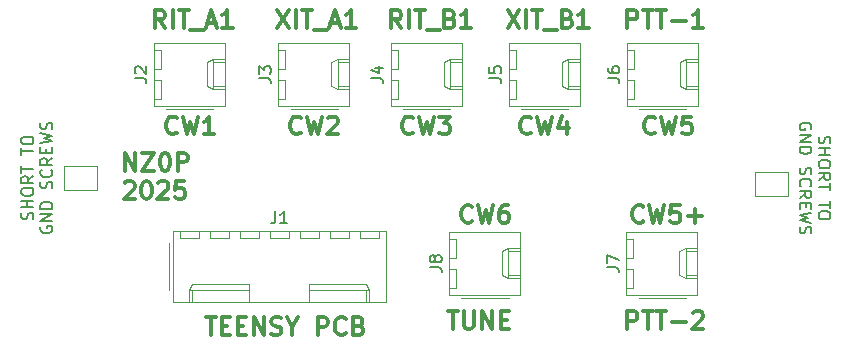
<source format=gbr>
%TF.GenerationSoftware,KiCad,Pcbnew,8.0.7*%
%TF.CreationDate,2025-01-27T22:31:33-06:00*%
%TF.ProjectId,teensy-acc-pcb,7465656e-7379-42d6-9163-632d7063622e,rev?*%
%TF.SameCoordinates,Original*%
%TF.FileFunction,Legend,Top*%
%TF.FilePolarity,Positive*%
%FSLAX46Y46*%
G04 Gerber Fmt 4.6, Leading zero omitted, Abs format (unit mm)*
G04 Created by KiCad (PCBNEW 8.0.7) date 2025-01-27 22:31:33*
%MOMM*%
%LPD*%
G01*
G04 APERTURE LIST*
%ADD10C,0.200000*%
%ADD11C,0.300000*%
%ADD12C,0.150000*%
%ADD13C,0.120000*%
G04 APERTURE END LIST*
D10*
X153290344Y-92000000D02*
X153242724Y-92142857D01*
X153242724Y-92142857D02*
X153242724Y-92380952D01*
X153242724Y-92380952D02*
X153290344Y-92476190D01*
X153290344Y-92476190D02*
X153337963Y-92523809D01*
X153337963Y-92523809D02*
X153433201Y-92571428D01*
X153433201Y-92571428D02*
X153528439Y-92571428D01*
X153528439Y-92571428D02*
X153623677Y-92523809D01*
X153623677Y-92523809D02*
X153671296Y-92476190D01*
X153671296Y-92476190D02*
X153718915Y-92380952D01*
X153718915Y-92380952D02*
X153766534Y-92190476D01*
X153766534Y-92190476D02*
X153814153Y-92095238D01*
X153814153Y-92095238D02*
X153861772Y-92047619D01*
X153861772Y-92047619D02*
X153957010Y-92000000D01*
X153957010Y-92000000D02*
X154052248Y-92000000D01*
X154052248Y-92000000D02*
X154147486Y-92047619D01*
X154147486Y-92047619D02*
X154195105Y-92095238D01*
X154195105Y-92095238D02*
X154242724Y-92190476D01*
X154242724Y-92190476D02*
X154242724Y-92428571D01*
X154242724Y-92428571D02*
X154195105Y-92571428D01*
X153242724Y-93000000D02*
X154242724Y-93000000D01*
X153766534Y-93000000D02*
X153766534Y-93571428D01*
X153242724Y-93571428D02*
X154242724Y-93571428D01*
X154242724Y-94238095D02*
X154242724Y-94428571D01*
X154242724Y-94428571D02*
X154195105Y-94523809D01*
X154195105Y-94523809D02*
X154099867Y-94619047D01*
X154099867Y-94619047D02*
X153909391Y-94666666D01*
X153909391Y-94666666D02*
X153576058Y-94666666D01*
X153576058Y-94666666D02*
X153385582Y-94619047D01*
X153385582Y-94619047D02*
X153290344Y-94523809D01*
X153290344Y-94523809D02*
X153242724Y-94428571D01*
X153242724Y-94428571D02*
X153242724Y-94238095D01*
X153242724Y-94238095D02*
X153290344Y-94142857D01*
X153290344Y-94142857D02*
X153385582Y-94047619D01*
X153385582Y-94047619D02*
X153576058Y-94000000D01*
X153576058Y-94000000D02*
X153909391Y-94000000D01*
X153909391Y-94000000D02*
X154099867Y-94047619D01*
X154099867Y-94047619D02*
X154195105Y-94142857D01*
X154195105Y-94142857D02*
X154242724Y-94238095D01*
X153242724Y-95666666D02*
X153718915Y-95333333D01*
X153242724Y-95095238D02*
X154242724Y-95095238D01*
X154242724Y-95095238D02*
X154242724Y-95476190D01*
X154242724Y-95476190D02*
X154195105Y-95571428D01*
X154195105Y-95571428D02*
X154147486Y-95619047D01*
X154147486Y-95619047D02*
X154052248Y-95666666D01*
X154052248Y-95666666D02*
X153909391Y-95666666D01*
X153909391Y-95666666D02*
X153814153Y-95619047D01*
X153814153Y-95619047D02*
X153766534Y-95571428D01*
X153766534Y-95571428D02*
X153718915Y-95476190D01*
X153718915Y-95476190D02*
X153718915Y-95095238D01*
X154242724Y-95952381D02*
X154242724Y-96523809D01*
X153242724Y-96238095D02*
X154242724Y-96238095D01*
X154242724Y-97476191D02*
X154242724Y-98047619D01*
X153242724Y-97761905D02*
X154242724Y-97761905D01*
X154242724Y-98571429D02*
X154242724Y-98761905D01*
X154242724Y-98761905D02*
X154195105Y-98857143D01*
X154195105Y-98857143D02*
X154099867Y-98952381D01*
X154099867Y-98952381D02*
X153909391Y-99000000D01*
X153909391Y-99000000D02*
X153576058Y-99000000D01*
X153576058Y-99000000D02*
X153385582Y-98952381D01*
X153385582Y-98952381D02*
X153290344Y-98857143D01*
X153290344Y-98857143D02*
X153242724Y-98761905D01*
X153242724Y-98761905D02*
X153242724Y-98571429D01*
X153242724Y-98571429D02*
X153290344Y-98476191D01*
X153290344Y-98476191D02*
X153385582Y-98380953D01*
X153385582Y-98380953D02*
X153576058Y-98333334D01*
X153576058Y-98333334D02*
X153909391Y-98333334D01*
X153909391Y-98333334D02*
X154099867Y-98380953D01*
X154099867Y-98380953D02*
X154195105Y-98476191D01*
X154195105Y-98476191D02*
X154242724Y-98571429D01*
X152585161Y-91380952D02*
X152632780Y-91285714D01*
X152632780Y-91285714D02*
X152632780Y-91142857D01*
X152632780Y-91142857D02*
X152585161Y-91000000D01*
X152585161Y-91000000D02*
X152489923Y-90904762D01*
X152489923Y-90904762D02*
X152394685Y-90857143D01*
X152394685Y-90857143D02*
X152204209Y-90809524D01*
X152204209Y-90809524D02*
X152061352Y-90809524D01*
X152061352Y-90809524D02*
X151870876Y-90857143D01*
X151870876Y-90857143D02*
X151775638Y-90904762D01*
X151775638Y-90904762D02*
X151680400Y-91000000D01*
X151680400Y-91000000D02*
X151632780Y-91142857D01*
X151632780Y-91142857D02*
X151632780Y-91238095D01*
X151632780Y-91238095D02*
X151680400Y-91380952D01*
X151680400Y-91380952D02*
X151728019Y-91428571D01*
X151728019Y-91428571D02*
X152061352Y-91428571D01*
X152061352Y-91428571D02*
X152061352Y-91238095D01*
X151632780Y-91857143D02*
X152632780Y-91857143D01*
X152632780Y-91857143D02*
X151632780Y-92428571D01*
X151632780Y-92428571D02*
X152632780Y-92428571D01*
X151632780Y-92904762D02*
X152632780Y-92904762D01*
X152632780Y-92904762D02*
X152632780Y-93142857D01*
X152632780Y-93142857D02*
X152585161Y-93285714D01*
X152585161Y-93285714D02*
X152489923Y-93380952D01*
X152489923Y-93380952D02*
X152394685Y-93428571D01*
X152394685Y-93428571D02*
X152204209Y-93476190D01*
X152204209Y-93476190D02*
X152061352Y-93476190D01*
X152061352Y-93476190D02*
X151870876Y-93428571D01*
X151870876Y-93428571D02*
X151775638Y-93380952D01*
X151775638Y-93380952D02*
X151680400Y-93285714D01*
X151680400Y-93285714D02*
X151632780Y-93142857D01*
X151632780Y-93142857D02*
X151632780Y-92904762D01*
X151680400Y-94619048D02*
X151632780Y-94761905D01*
X151632780Y-94761905D02*
X151632780Y-95000000D01*
X151632780Y-95000000D02*
X151680400Y-95095238D01*
X151680400Y-95095238D02*
X151728019Y-95142857D01*
X151728019Y-95142857D02*
X151823257Y-95190476D01*
X151823257Y-95190476D02*
X151918495Y-95190476D01*
X151918495Y-95190476D02*
X152013733Y-95142857D01*
X152013733Y-95142857D02*
X152061352Y-95095238D01*
X152061352Y-95095238D02*
X152108971Y-95000000D01*
X152108971Y-95000000D02*
X152156590Y-94809524D01*
X152156590Y-94809524D02*
X152204209Y-94714286D01*
X152204209Y-94714286D02*
X152251828Y-94666667D01*
X152251828Y-94666667D02*
X152347066Y-94619048D01*
X152347066Y-94619048D02*
X152442304Y-94619048D01*
X152442304Y-94619048D02*
X152537542Y-94666667D01*
X152537542Y-94666667D02*
X152585161Y-94714286D01*
X152585161Y-94714286D02*
X152632780Y-94809524D01*
X152632780Y-94809524D02*
X152632780Y-95047619D01*
X152632780Y-95047619D02*
X152585161Y-95190476D01*
X151728019Y-96190476D02*
X151680400Y-96142857D01*
X151680400Y-96142857D02*
X151632780Y-96000000D01*
X151632780Y-96000000D02*
X151632780Y-95904762D01*
X151632780Y-95904762D02*
X151680400Y-95761905D01*
X151680400Y-95761905D02*
X151775638Y-95666667D01*
X151775638Y-95666667D02*
X151870876Y-95619048D01*
X151870876Y-95619048D02*
X152061352Y-95571429D01*
X152061352Y-95571429D02*
X152204209Y-95571429D01*
X152204209Y-95571429D02*
X152394685Y-95619048D01*
X152394685Y-95619048D02*
X152489923Y-95666667D01*
X152489923Y-95666667D02*
X152585161Y-95761905D01*
X152585161Y-95761905D02*
X152632780Y-95904762D01*
X152632780Y-95904762D02*
X152632780Y-96000000D01*
X152632780Y-96000000D02*
X152585161Y-96142857D01*
X152585161Y-96142857D02*
X152537542Y-96190476D01*
X151632780Y-97190476D02*
X152108971Y-96857143D01*
X151632780Y-96619048D02*
X152632780Y-96619048D01*
X152632780Y-96619048D02*
X152632780Y-97000000D01*
X152632780Y-97000000D02*
X152585161Y-97095238D01*
X152585161Y-97095238D02*
X152537542Y-97142857D01*
X152537542Y-97142857D02*
X152442304Y-97190476D01*
X152442304Y-97190476D02*
X152299447Y-97190476D01*
X152299447Y-97190476D02*
X152204209Y-97142857D01*
X152204209Y-97142857D02*
X152156590Y-97095238D01*
X152156590Y-97095238D02*
X152108971Y-97000000D01*
X152108971Y-97000000D02*
X152108971Y-96619048D01*
X152156590Y-97619048D02*
X152156590Y-97952381D01*
X151632780Y-98095238D02*
X151632780Y-97619048D01*
X151632780Y-97619048D02*
X152632780Y-97619048D01*
X152632780Y-97619048D02*
X152632780Y-98095238D01*
X152632780Y-98428572D02*
X151632780Y-98666667D01*
X151632780Y-98666667D02*
X152347066Y-98857143D01*
X152347066Y-98857143D02*
X151632780Y-99047619D01*
X151632780Y-99047619D02*
X152632780Y-99285715D01*
X151680400Y-99619048D02*
X151632780Y-99761905D01*
X151632780Y-99761905D02*
X151632780Y-100000000D01*
X151632780Y-100000000D02*
X151680400Y-100095238D01*
X151680400Y-100095238D02*
X151728019Y-100142857D01*
X151728019Y-100142857D02*
X151823257Y-100190476D01*
X151823257Y-100190476D02*
X151918495Y-100190476D01*
X151918495Y-100190476D02*
X152013733Y-100142857D01*
X152013733Y-100142857D02*
X152061352Y-100095238D01*
X152061352Y-100095238D02*
X152108971Y-100000000D01*
X152108971Y-100000000D02*
X152156590Y-99809524D01*
X152156590Y-99809524D02*
X152204209Y-99714286D01*
X152204209Y-99714286D02*
X152251828Y-99666667D01*
X152251828Y-99666667D02*
X152347066Y-99619048D01*
X152347066Y-99619048D02*
X152442304Y-99619048D01*
X152442304Y-99619048D02*
X152537542Y-99666667D01*
X152537542Y-99666667D02*
X152585161Y-99714286D01*
X152585161Y-99714286D02*
X152632780Y-99809524D01*
X152632780Y-99809524D02*
X152632780Y-100047619D01*
X152632780Y-100047619D02*
X152585161Y-100190476D01*
X86709656Y-98999999D02*
X86757275Y-98857142D01*
X86757275Y-98857142D02*
X86757275Y-98619047D01*
X86757275Y-98619047D02*
X86709656Y-98523809D01*
X86709656Y-98523809D02*
X86662036Y-98476190D01*
X86662036Y-98476190D02*
X86566798Y-98428571D01*
X86566798Y-98428571D02*
X86471560Y-98428571D01*
X86471560Y-98428571D02*
X86376322Y-98476190D01*
X86376322Y-98476190D02*
X86328703Y-98523809D01*
X86328703Y-98523809D02*
X86281084Y-98619047D01*
X86281084Y-98619047D02*
X86233465Y-98809523D01*
X86233465Y-98809523D02*
X86185846Y-98904761D01*
X86185846Y-98904761D02*
X86138227Y-98952380D01*
X86138227Y-98952380D02*
X86042989Y-98999999D01*
X86042989Y-98999999D02*
X85947751Y-98999999D01*
X85947751Y-98999999D02*
X85852513Y-98952380D01*
X85852513Y-98952380D02*
X85804894Y-98904761D01*
X85804894Y-98904761D02*
X85757275Y-98809523D01*
X85757275Y-98809523D02*
X85757275Y-98571428D01*
X85757275Y-98571428D02*
X85804894Y-98428571D01*
X86757275Y-97999999D02*
X85757275Y-97999999D01*
X86233465Y-97999999D02*
X86233465Y-97428571D01*
X86757275Y-97428571D02*
X85757275Y-97428571D01*
X85757275Y-96761904D02*
X85757275Y-96571428D01*
X85757275Y-96571428D02*
X85804894Y-96476190D01*
X85804894Y-96476190D02*
X85900132Y-96380952D01*
X85900132Y-96380952D02*
X86090608Y-96333333D01*
X86090608Y-96333333D02*
X86423941Y-96333333D01*
X86423941Y-96333333D02*
X86614417Y-96380952D01*
X86614417Y-96380952D02*
X86709656Y-96476190D01*
X86709656Y-96476190D02*
X86757275Y-96571428D01*
X86757275Y-96571428D02*
X86757275Y-96761904D01*
X86757275Y-96761904D02*
X86709656Y-96857142D01*
X86709656Y-96857142D02*
X86614417Y-96952380D01*
X86614417Y-96952380D02*
X86423941Y-96999999D01*
X86423941Y-96999999D02*
X86090608Y-96999999D01*
X86090608Y-96999999D02*
X85900132Y-96952380D01*
X85900132Y-96952380D02*
X85804894Y-96857142D01*
X85804894Y-96857142D02*
X85757275Y-96761904D01*
X86757275Y-95333333D02*
X86281084Y-95666666D01*
X86757275Y-95904761D02*
X85757275Y-95904761D01*
X85757275Y-95904761D02*
X85757275Y-95523809D01*
X85757275Y-95523809D02*
X85804894Y-95428571D01*
X85804894Y-95428571D02*
X85852513Y-95380952D01*
X85852513Y-95380952D02*
X85947751Y-95333333D01*
X85947751Y-95333333D02*
X86090608Y-95333333D01*
X86090608Y-95333333D02*
X86185846Y-95380952D01*
X86185846Y-95380952D02*
X86233465Y-95428571D01*
X86233465Y-95428571D02*
X86281084Y-95523809D01*
X86281084Y-95523809D02*
X86281084Y-95904761D01*
X85757275Y-95047618D02*
X85757275Y-94476190D01*
X86757275Y-94761904D02*
X85757275Y-94761904D01*
X85757275Y-93523808D02*
X85757275Y-92952380D01*
X86757275Y-93238094D02*
X85757275Y-93238094D01*
X85757275Y-92428570D02*
X85757275Y-92238094D01*
X85757275Y-92238094D02*
X85804894Y-92142856D01*
X85804894Y-92142856D02*
X85900132Y-92047618D01*
X85900132Y-92047618D02*
X86090608Y-91999999D01*
X86090608Y-91999999D02*
X86423941Y-91999999D01*
X86423941Y-91999999D02*
X86614417Y-92047618D01*
X86614417Y-92047618D02*
X86709656Y-92142856D01*
X86709656Y-92142856D02*
X86757275Y-92238094D01*
X86757275Y-92238094D02*
X86757275Y-92428570D01*
X86757275Y-92428570D02*
X86709656Y-92523808D01*
X86709656Y-92523808D02*
X86614417Y-92619046D01*
X86614417Y-92619046D02*
X86423941Y-92666665D01*
X86423941Y-92666665D02*
X86090608Y-92666665D01*
X86090608Y-92666665D02*
X85900132Y-92619046D01*
X85900132Y-92619046D02*
X85804894Y-92523808D01*
X85804894Y-92523808D02*
X85757275Y-92428570D01*
X87414838Y-99619047D02*
X87367219Y-99714285D01*
X87367219Y-99714285D02*
X87367219Y-99857142D01*
X87367219Y-99857142D02*
X87414838Y-99999999D01*
X87414838Y-99999999D02*
X87510076Y-100095237D01*
X87510076Y-100095237D02*
X87605314Y-100142856D01*
X87605314Y-100142856D02*
X87795790Y-100190475D01*
X87795790Y-100190475D02*
X87938647Y-100190475D01*
X87938647Y-100190475D02*
X88129123Y-100142856D01*
X88129123Y-100142856D02*
X88224361Y-100095237D01*
X88224361Y-100095237D02*
X88319600Y-99999999D01*
X88319600Y-99999999D02*
X88367219Y-99857142D01*
X88367219Y-99857142D02*
X88367219Y-99761904D01*
X88367219Y-99761904D02*
X88319600Y-99619047D01*
X88319600Y-99619047D02*
X88271980Y-99571428D01*
X88271980Y-99571428D02*
X87938647Y-99571428D01*
X87938647Y-99571428D02*
X87938647Y-99761904D01*
X88367219Y-99142856D02*
X87367219Y-99142856D01*
X87367219Y-99142856D02*
X88367219Y-98571428D01*
X88367219Y-98571428D02*
X87367219Y-98571428D01*
X88367219Y-98095237D02*
X87367219Y-98095237D01*
X87367219Y-98095237D02*
X87367219Y-97857142D01*
X87367219Y-97857142D02*
X87414838Y-97714285D01*
X87414838Y-97714285D02*
X87510076Y-97619047D01*
X87510076Y-97619047D02*
X87605314Y-97571428D01*
X87605314Y-97571428D02*
X87795790Y-97523809D01*
X87795790Y-97523809D02*
X87938647Y-97523809D01*
X87938647Y-97523809D02*
X88129123Y-97571428D01*
X88129123Y-97571428D02*
X88224361Y-97619047D01*
X88224361Y-97619047D02*
X88319600Y-97714285D01*
X88319600Y-97714285D02*
X88367219Y-97857142D01*
X88367219Y-97857142D02*
X88367219Y-98095237D01*
X88319600Y-96380951D02*
X88367219Y-96238094D01*
X88367219Y-96238094D02*
X88367219Y-95999999D01*
X88367219Y-95999999D02*
X88319600Y-95904761D01*
X88319600Y-95904761D02*
X88271980Y-95857142D01*
X88271980Y-95857142D02*
X88176742Y-95809523D01*
X88176742Y-95809523D02*
X88081504Y-95809523D01*
X88081504Y-95809523D02*
X87986266Y-95857142D01*
X87986266Y-95857142D02*
X87938647Y-95904761D01*
X87938647Y-95904761D02*
X87891028Y-95999999D01*
X87891028Y-95999999D02*
X87843409Y-96190475D01*
X87843409Y-96190475D02*
X87795790Y-96285713D01*
X87795790Y-96285713D02*
X87748171Y-96333332D01*
X87748171Y-96333332D02*
X87652933Y-96380951D01*
X87652933Y-96380951D02*
X87557695Y-96380951D01*
X87557695Y-96380951D02*
X87462457Y-96333332D01*
X87462457Y-96333332D02*
X87414838Y-96285713D01*
X87414838Y-96285713D02*
X87367219Y-96190475D01*
X87367219Y-96190475D02*
X87367219Y-95952380D01*
X87367219Y-95952380D02*
X87414838Y-95809523D01*
X88271980Y-94809523D02*
X88319600Y-94857142D01*
X88319600Y-94857142D02*
X88367219Y-94999999D01*
X88367219Y-94999999D02*
X88367219Y-95095237D01*
X88367219Y-95095237D02*
X88319600Y-95238094D01*
X88319600Y-95238094D02*
X88224361Y-95333332D01*
X88224361Y-95333332D02*
X88129123Y-95380951D01*
X88129123Y-95380951D02*
X87938647Y-95428570D01*
X87938647Y-95428570D02*
X87795790Y-95428570D01*
X87795790Y-95428570D02*
X87605314Y-95380951D01*
X87605314Y-95380951D02*
X87510076Y-95333332D01*
X87510076Y-95333332D02*
X87414838Y-95238094D01*
X87414838Y-95238094D02*
X87367219Y-95095237D01*
X87367219Y-95095237D02*
X87367219Y-94999999D01*
X87367219Y-94999999D02*
X87414838Y-94857142D01*
X87414838Y-94857142D02*
X87462457Y-94809523D01*
X88367219Y-93809523D02*
X87891028Y-94142856D01*
X88367219Y-94380951D02*
X87367219Y-94380951D01*
X87367219Y-94380951D02*
X87367219Y-93999999D01*
X87367219Y-93999999D02*
X87414838Y-93904761D01*
X87414838Y-93904761D02*
X87462457Y-93857142D01*
X87462457Y-93857142D02*
X87557695Y-93809523D01*
X87557695Y-93809523D02*
X87700552Y-93809523D01*
X87700552Y-93809523D02*
X87795790Y-93857142D01*
X87795790Y-93857142D02*
X87843409Y-93904761D01*
X87843409Y-93904761D02*
X87891028Y-93999999D01*
X87891028Y-93999999D02*
X87891028Y-94380951D01*
X87843409Y-93380951D02*
X87843409Y-93047618D01*
X88367219Y-92904761D02*
X88367219Y-93380951D01*
X88367219Y-93380951D02*
X87367219Y-93380951D01*
X87367219Y-93380951D02*
X87367219Y-92904761D01*
X87367219Y-92571427D02*
X88367219Y-92333332D01*
X88367219Y-92333332D02*
X87652933Y-92142856D01*
X87652933Y-92142856D02*
X88367219Y-91952380D01*
X88367219Y-91952380D02*
X87367219Y-91714285D01*
X88319600Y-91380951D02*
X88367219Y-91238094D01*
X88367219Y-91238094D02*
X88367219Y-90999999D01*
X88367219Y-90999999D02*
X88319600Y-90904761D01*
X88319600Y-90904761D02*
X88271980Y-90857142D01*
X88271980Y-90857142D02*
X88176742Y-90809523D01*
X88176742Y-90809523D02*
X88081504Y-90809523D01*
X88081504Y-90809523D02*
X87986266Y-90857142D01*
X87986266Y-90857142D02*
X87938647Y-90904761D01*
X87938647Y-90904761D02*
X87891028Y-90999999D01*
X87891028Y-90999999D02*
X87843409Y-91190475D01*
X87843409Y-91190475D02*
X87795790Y-91285713D01*
X87795790Y-91285713D02*
X87748171Y-91333332D01*
X87748171Y-91333332D02*
X87652933Y-91380951D01*
X87652933Y-91380951D02*
X87557695Y-91380951D01*
X87557695Y-91380951D02*
X87462457Y-91333332D01*
X87462457Y-91333332D02*
X87414838Y-91285713D01*
X87414838Y-91285713D02*
X87367219Y-91190475D01*
X87367219Y-91190475D02*
X87367219Y-90952380D01*
X87367219Y-90952380D02*
X87414838Y-90809523D01*
D11*
X94554510Y-94885912D02*
X94554510Y-93385912D01*
X94554510Y-93385912D02*
X95411653Y-94885912D01*
X95411653Y-94885912D02*
X95411653Y-93385912D01*
X95983082Y-93385912D02*
X96983082Y-93385912D01*
X96983082Y-93385912D02*
X95983082Y-94885912D01*
X95983082Y-94885912D02*
X96983082Y-94885912D01*
X97840225Y-93385912D02*
X97983082Y-93385912D01*
X97983082Y-93385912D02*
X98125939Y-93457341D01*
X98125939Y-93457341D02*
X98197368Y-93528769D01*
X98197368Y-93528769D02*
X98268796Y-93671626D01*
X98268796Y-93671626D02*
X98340225Y-93957341D01*
X98340225Y-93957341D02*
X98340225Y-94314484D01*
X98340225Y-94314484D02*
X98268796Y-94600198D01*
X98268796Y-94600198D02*
X98197368Y-94743055D01*
X98197368Y-94743055D02*
X98125939Y-94814484D01*
X98125939Y-94814484D02*
X97983082Y-94885912D01*
X97983082Y-94885912D02*
X97840225Y-94885912D01*
X97840225Y-94885912D02*
X97697368Y-94814484D01*
X97697368Y-94814484D02*
X97625939Y-94743055D01*
X97625939Y-94743055D02*
X97554510Y-94600198D01*
X97554510Y-94600198D02*
X97483082Y-94314484D01*
X97483082Y-94314484D02*
X97483082Y-93957341D01*
X97483082Y-93957341D02*
X97554510Y-93671626D01*
X97554510Y-93671626D02*
X97625939Y-93528769D01*
X97625939Y-93528769D02*
X97697368Y-93457341D01*
X97697368Y-93457341D02*
X97840225Y-93385912D01*
X98983081Y-94885912D02*
X98983081Y-93385912D01*
X98983081Y-93385912D02*
X99554510Y-93385912D01*
X99554510Y-93385912D02*
X99697367Y-93457341D01*
X99697367Y-93457341D02*
X99768796Y-93528769D01*
X99768796Y-93528769D02*
X99840224Y-93671626D01*
X99840224Y-93671626D02*
X99840224Y-93885912D01*
X99840224Y-93885912D02*
X99768796Y-94028769D01*
X99768796Y-94028769D02*
X99697367Y-94100198D01*
X99697367Y-94100198D02*
X99554510Y-94171626D01*
X99554510Y-94171626D02*
X98983081Y-94171626D01*
X94483082Y-95943685D02*
X94554510Y-95872257D01*
X94554510Y-95872257D02*
X94697368Y-95800828D01*
X94697368Y-95800828D02*
X95054510Y-95800828D01*
X95054510Y-95800828D02*
X95197368Y-95872257D01*
X95197368Y-95872257D02*
X95268796Y-95943685D01*
X95268796Y-95943685D02*
X95340225Y-96086542D01*
X95340225Y-96086542D02*
X95340225Y-96229400D01*
X95340225Y-96229400D02*
X95268796Y-96443685D01*
X95268796Y-96443685D02*
X94411653Y-97300828D01*
X94411653Y-97300828D02*
X95340225Y-97300828D01*
X96268796Y-95800828D02*
X96411653Y-95800828D01*
X96411653Y-95800828D02*
X96554510Y-95872257D01*
X96554510Y-95872257D02*
X96625939Y-95943685D01*
X96625939Y-95943685D02*
X96697367Y-96086542D01*
X96697367Y-96086542D02*
X96768796Y-96372257D01*
X96768796Y-96372257D02*
X96768796Y-96729400D01*
X96768796Y-96729400D02*
X96697367Y-97015114D01*
X96697367Y-97015114D02*
X96625939Y-97157971D01*
X96625939Y-97157971D02*
X96554510Y-97229400D01*
X96554510Y-97229400D02*
X96411653Y-97300828D01*
X96411653Y-97300828D02*
X96268796Y-97300828D01*
X96268796Y-97300828D02*
X96125939Y-97229400D01*
X96125939Y-97229400D02*
X96054510Y-97157971D01*
X96054510Y-97157971D02*
X95983081Y-97015114D01*
X95983081Y-97015114D02*
X95911653Y-96729400D01*
X95911653Y-96729400D02*
X95911653Y-96372257D01*
X95911653Y-96372257D02*
X95983081Y-96086542D01*
X95983081Y-96086542D02*
X96054510Y-95943685D01*
X96054510Y-95943685D02*
X96125939Y-95872257D01*
X96125939Y-95872257D02*
X96268796Y-95800828D01*
X97340224Y-95943685D02*
X97411652Y-95872257D01*
X97411652Y-95872257D02*
X97554510Y-95800828D01*
X97554510Y-95800828D02*
X97911652Y-95800828D01*
X97911652Y-95800828D02*
X98054510Y-95872257D01*
X98054510Y-95872257D02*
X98125938Y-95943685D01*
X98125938Y-95943685D02*
X98197367Y-96086542D01*
X98197367Y-96086542D02*
X98197367Y-96229400D01*
X98197367Y-96229400D02*
X98125938Y-96443685D01*
X98125938Y-96443685D02*
X97268795Y-97300828D01*
X97268795Y-97300828D02*
X98197367Y-97300828D01*
X99554509Y-95800828D02*
X98840223Y-95800828D01*
X98840223Y-95800828D02*
X98768795Y-96515114D01*
X98768795Y-96515114D02*
X98840223Y-96443685D01*
X98840223Y-96443685D02*
X98983081Y-96372257D01*
X98983081Y-96372257D02*
X99340223Y-96372257D01*
X99340223Y-96372257D02*
X99483081Y-96443685D01*
X99483081Y-96443685D02*
X99554509Y-96515114D01*
X99554509Y-96515114D02*
X99625938Y-96657971D01*
X99625938Y-96657971D02*
X99625938Y-97015114D01*
X99625938Y-97015114D02*
X99554509Y-97157971D01*
X99554509Y-97157971D02*
X99483081Y-97229400D01*
X99483081Y-97229400D02*
X99340223Y-97300828D01*
X99340223Y-97300828D02*
X98983081Y-97300828D01*
X98983081Y-97300828D02*
X98840223Y-97229400D01*
X98840223Y-97229400D02*
X98768795Y-97157971D01*
X138411653Y-99157971D02*
X138340225Y-99229400D01*
X138340225Y-99229400D02*
X138125939Y-99300828D01*
X138125939Y-99300828D02*
X137983082Y-99300828D01*
X137983082Y-99300828D02*
X137768796Y-99229400D01*
X137768796Y-99229400D02*
X137625939Y-99086542D01*
X137625939Y-99086542D02*
X137554510Y-98943685D01*
X137554510Y-98943685D02*
X137483082Y-98657971D01*
X137483082Y-98657971D02*
X137483082Y-98443685D01*
X137483082Y-98443685D02*
X137554510Y-98157971D01*
X137554510Y-98157971D02*
X137625939Y-98015114D01*
X137625939Y-98015114D02*
X137768796Y-97872257D01*
X137768796Y-97872257D02*
X137983082Y-97800828D01*
X137983082Y-97800828D02*
X138125939Y-97800828D01*
X138125939Y-97800828D02*
X138340225Y-97872257D01*
X138340225Y-97872257D02*
X138411653Y-97943685D01*
X138911653Y-97800828D02*
X139268796Y-99300828D01*
X139268796Y-99300828D02*
X139554510Y-98229400D01*
X139554510Y-98229400D02*
X139840225Y-99300828D01*
X139840225Y-99300828D02*
X140197368Y-97800828D01*
X141483082Y-97800828D02*
X140768796Y-97800828D01*
X140768796Y-97800828D02*
X140697368Y-98515114D01*
X140697368Y-98515114D02*
X140768796Y-98443685D01*
X140768796Y-98443685D02*
X140911654Y-98372257D01*
X140911654Y-98372257D02*
X141268796Y-98372257D01*
X141268796Y-98372257D02*
X141411654Y-98443685D01*
X141411654Y-98443685D02*
X141483082Y-98515114D01*
X141483082Y-98515114D02*
X141554511Y-98657971D01*
X141554511Y-98657971D02*
X141554511Y-99015114D01*
X141554511Y-99015114D02*
X141483082Y-99157971D01*
X141483082Y-99157971D02*
X141411654Y-99229400D01*
X141411654Y-99229400D02*
X141268796Y-99300828D01*
X141268796Y-99300828D02*
X140911654Y-99300828D01*
X140911654Y-99300828D02*
X140768796Y-99229400D01*
X140768796Y-99229400D02*
X140697368Y-99157971D01*
X142197367Y-98729400D02*
X143340225Y-98729400D01*
X142768796Y-99300828D02*
X142768796Y-98157971D01*
X123911653Y-99157971D02*
X123840225Y-99229400D01*
X123840225Y-99229400D02*
X123625939Y-99300828D01*
X123625939Y-99300828D02*
X123483082Y-99300828D01*
X123483082Y-99300828D02*
X123268796Y-99229400D01*
X123268796Y-99229400D02*
X123125939Y-99086542D01*
X123125939Y-99086542D02*
X123054510Y-98943685D01*
X123054510Y-98943685D02*
X122983082Y-98657971D01*
X122983082Y-98657971D02*
X122983082Y-98443685D01*
X122983082Y-98443685D02*
X123054510Y-98157971D01*
X123054510Y-98157971D02*
X123125939Y-98015114D01*
X123125939Y-98015114D02*
X123268796Y-97872257D01*
X123268796Y-97872257D02*
X123483082Y-97800828D01*
X123483082Y-97800828D02*
X123625939Y-97800828D01*
X123625939Y-97800828D02*
X123840225Y-97872257D01*
X123840225Y-97872257D02*
X123911653Y-97943685D01*
X124411653Y-97800828D02*
X124768796Y-99300828D01*
X124768796Y-99300828D02*
X125054510Y-98229400D01*
X125054510Y-98229400D02*
X125340225Y-99300828D01*
X125340225Y-99300828D02*
X125697368Y-97800828D01*
X126911654Y-97800828D02*
X126625939Y-97800828D01*
X126625939Y-97800828D02*
X126483082Y-97872257D01*
X126483082Y-97872257D02*
X126411654Y-97943685D01*
X126411654Y-97943685D02*
X126268796Y-98157971D01*
X126268796Y-98157971D02*
X126197368Y-98443685D01*
X126197368Y-98443685D02*
X126197368Y-99015114D01*
X126197368Y-99015114D02*
X126268796Y-99157971D01*
X126268796Y-99157971D02*
X126340225Y-99229400D01*
X126340225Y-99229400D02*
X126483082Y-99300828D01*
X126483082Y-99300828D02*
X126768796Y-99300828D01*
X126768796Y-99300828D02*
X126911654Y-99229400D01*
X126911654Y-99229400D02*
X126983082Y-99157971D01*
X126983082Y-99157971D02*
X127054511Y-99015114D01*
X127054511Y-99015114D02*
X127054511Y-98657971D01*
X127054511Y-98657971D02*
X126983082Y-98515114D01*
X126983082Y-98515114D02*
X126911654Y-98443685D01*
X126911654Y-98443685D02*
X126768796Y-98372257D01*
X126768796Y-98372257D02*
X126483082Y-98372257D01*
X126483082Y-98372257D02*
X126340225Y-98443685D01*
X126340225Y-98443685D02*
X126268796Y-98515114D01*
X126268796Y-98515114D02*
X126197368Y-98657971D01*
X139411653Y-91657971D02*
X139340225Y-91729400D01*
X139340225Y-91729400D02*
X139125939Y-91800828D01*
X139125939Y-91800828D02*
X138983082Y-91800828D01*
X138983082Y-91800828D02*
X138768796Y-91729400D01*
X138768796Y-91729400D02*
X138625939Y-91586542D01*
X138625939Y-91586542D02*
X138554510Y-91443685D01*
X138554510Y-91443685D02*
X138483082Y-91157971D01*
X138483082Y-91157971D02*
X138483082Y-90943685D01*
X138483082Y-90943685D02*
X138554510Y-90657971D01*
X138554510Y-90657971D02*
X138625939Y-90515114D01*
X138625939Y-90515114D02*
X138768796Y-90372257D01*
X138768796Y-90372257D02*
X138983082Y-90300828D01*
X138983082Y-90300828D02*
X139125939Y-90300828D01*
X139125939Y-90300828D02*
X139340225Y-90372257D01*
X139340225Y-90372257D02*
X139411653Y-90443685D01*
X139911653Y-90300828D02*
X140268796Y-91800828D01*
X140268796Y-91800828D02*
X140554510Y-90729400D01*
X140554510Y-90729400D02*
X140840225Y-91800828D01*
X140840225Y-91800828D02*
X141197368Y-90300828D01*
X142483082Y-90300828D02*
X141768796Y-90300828D01*
X141768796Y-90300828D02*
X141697368Y-91015114D01*
X141697368Y-91015114D02*
X141768796Y-90943685D01*
X141768796Y-90943685D02*
X141911654Y-90872257D01*
X141911654Y-90872257D02*
X142268796Y-90872257D01*
X142268796Y-90872257D02*
X142411654Y-90943685D01*
X142411654Y-90943685D02*
X142483082Y-91015114D01*
X142483082Y-91015114D02*
X142554511Y-91157971D01*
X142554511Y-91157971D02*
X142554511Y-91515114D01*
X142554511Y-91515114D02*
X142483082Y-91657971D01*
X142483082Y-91657971D02*
X142411654Y-91729400D01*
X142411654Y-91729400D02*
X142268796Y-91800828D01*
X142268796Y-91800828D02*
X141911654Y-91800828D01*
X141911654Y-91800828D02*
X141768796Y-91729400D01*
X141768796Y-91729400D02*
X141697368Y-91657971D01*
X128911653Y-91657971D02*
X128840225Y-91729400D01*
X128840225Y-91729400D02*
X128625939Y-91800828D01*
X128625939Y-91800828D02*
X128483082Y-91800828D01*
X128483082Y-91800828D02*
X128268796Y-91729400D01*
X128268796Y-91729400D02*
X128125939Y-91586542D01*
X128125939Y-91586542D02*
X128054510Y-91443685D01*
X128054510Y-91443685D02*
X127983082Y-91157971D01*
X127983082Y-91157971D02*
X127983082Y-90943685D01*
X127983082Y-90943685D02*
X128054510Y-90657971D01*
X128054510Y-90657971D02*
X128125939Y-90515114D01*
X128125939Y-90515114D02*
X128268796Y-90372257D01*
X128268796Y-90372257D02*
X128483082Y-90300828D01*
X128483082Y-90300828D02*
X128625939Y-90300828D01*
X128625939Y-90300828D02*
X128840225Y-90372257D01*
X128840225Y-90372257D02*
X128911653Y-90443685D01*
X129411653Y-90300828D02*
X129768796Y-91800828D01*
X129768796Y-91800828D02*
X130054510Y-90729400D01*
X130054510Y-90729400D02*
X130340225Y-91800828D01*
X130340225Y-91800828D02*
X130697368Y-90300828D01*
X131911654Y-90800828D02*
X131911654Y-91800828D01*
X131554511Y-90229400D02*
X131197368Y-91300828D01*
X131197368Y-91300828D02*
X132125939Y-91300828D01*
X118911653Y-91657971D02*
X118840225Y-91729400D01*
X118840225Y-91729400D02*
X118625939Y-91800828D01*
X118625939Y-91800828D02*
X118483082Y-91800828D01*
X118483082Y-91800828D02*
X118268796Y-91729400D01*
X118268796Y-91729400D02*
X118125939Y-91586542D01*
X118125939Y-91586542D02*
X118054510Y-91443685D01*
X118054510Y-91443685D02*
X117983082Y-91157971D01*
X117983082Y-91157971D02*
X117983082Y-90943685D01*
X117983082Y-90943685D02*
X118054510Y-90657971D01*
X118054510Y-90657971D02*
X118125939Y-90515114D01*
X118125939Y-90515114D02*
X118268796Y-90372257D01*
X118268796Y-90372257D02*
X118483082Y-90300828D01*
X118483082Y-90300828D02*
X118625939Y-90300828D01*
X118625939Y-90300828D02*
X118840225Y-90372257D01*
X118840225Y-90372257D02*
X118911653Y-90443685D01*
X119411653Y-90300828D02*
X119768796Y-91800828D01*
X119768796Y-91800828D02*
X120054510Y-90729400D01*
X120054510Y-90729400D02*
X120340225Y-91800828D01*
X120340225Y-91800828D02*
X120697368Y-90300828D01*
X121125939Y-90300828D02*
X122054511Y-90300828D01*
X122054511Y-90300828D02*
X121554511Y-90872257D01*
X121554511Y-90872257D02*
X121768796Y-90872257D01*
X121768796Y-90872257D02*
X121911654Y-90943685D01*
X121911654Y-90943685D02*
X121983082Y-91015114D01*
X121983082Y-91015114D02*
X122054511Y-91157971D01*
X122054511Y-91157971D02*
X122054511Y-91515114D01*
X122054511Y-91515114D02*
X121983082Y-91657971D01*
X121983082Y-91657971D02*
X121911654Y-91729400D01*
X121911654Y-91729400D02*
X121768796Y-91800828D01*
X121768796Y-91800828D02*
X121340225Y-91800828D01*
X121340225Y-91800828D02*
X121197368Y-91729400D01*
X121197368Y-91729400D02*
X121125939Y-91657971D01*
X109411653Y-91657971D02*
X109340225Y-91729400D01*
X109340225Y-91729400D02*
X109125939Y-91800828D01*
X109125939Y-91800828D02*
X108983082Y-91800828D01*
X108983082Y-91800828D02*
X108768796Y-91729400D01*
X108768796Y-91729400D02*
X108625939Y-91586542D01*
X108625939Y-91586542D02*
X108554510Y-91443685D01*
X108554510Y-91443685D02*
X108483082Y-91157971D01*
X108483082Y-91157971D02*
X108483082Y-90943685D01*
X108483082Y-90943685D02*
X108554510Y-90657971D01*
X108554510Y-90657971D02*
X108625939Y-90515114D01*
X108625939Y-90515114D02*
X108768796Y-90372257D01*
X108768796Y-90372257D02*
X108983082Y-90300828D01*
X108983082Y-90300828D02*
X109125939Y-90300828D01*
X109125939Y-90300828D02*
X109340225Y-90372257D01*
X109340225Y-90372257D02*
X109411653Y-90443685D01*
X109911653Y-90300828D02*
X110268796Y-91800828D01*
X110268796Y-91800828D02*
X110554510Y-90729400D01*
X110554510Y-90729400D02*
X110840225Y-91800828D01*
X110840225Y-91800828D02*
X111197368Y-90300828D01*
X111697368Y-90443685D02*
X111768796Y-90372257D01*
X111768796Y-90372257D02*
X111911654Y-90300828D01*
X111911654Y-90300828D02*
X112268796Y-90300828D01*
X112268796Y-90300828D02*
X112411654Y-90372257D01*
X112411654Y-90372257D02*
X112483082Y-90443685D01*
X112483082Y-90443685D02*
X112554511Y-90586542D01*
X112554511Y-90586542D02*
X112554511Y-90729400D01*
X112554511Y-90729400D02*
X112483082Y-90943685D01*
X112483082Y-90943685D02*
X111625939Y-91800828D01*
X111625939Y-91800828D02*
X112554511Y-91800828D01*
X98911653Y-91657971D02*
X98840225Y-91729400D01*
X98840225Y-91729400D02*
X98625939Y-91800828D01*
X98625939Y-91800828D02*
X98483082Y-91800828D01*
X98483082Y-91800828D02*
X98268796Y-91729400D01*
X98268796Y-91729400D02*
X98125939Y-91586542D01*
X98125939Y-91586542D02*
X98054510Y-91443685D01*
X98054510Y-91443685D02*
X97983082Y-91157971D01*
X97983082Y-91157971D02*
X97983082Y-90943685D01*
X97983082Y-90943685D02*
X98054510Y-90657971D01*
X98054510Y-90657971D02*
X98125939Y-90515114D01*
X98125939Y-90515114D02*
X98268796Y-90372257D01*
X98268796Y-90372257D02*
X98483082Y-90300828D01*
X98483082Y-90300828D02*
X98625939Y-90300828D01*
X98625939Y-90300828D02*
X98840225Y-90372257D01*
X98840225Y-90372257D02*
X98911653Y-90443685D01*
X99411653Y-90300828D02*
X99768796Y-91800828D01*
X99768796Y-91800828D02*
X100054510Y-90729400D01*
X100054510Y-90729400D02*
X100340225Y-91800828D01*
X100340225Y-91800828D02*
X100697368Y-90300828D01*
X102054511Y-91800828D02*
X101197368Y-91800828D01*
X101625939Y-91800828D02*
X101625939Y-90300828D01*
X101625939Y-90300828D02*
X101483082Y-90515114D01*
X101483082Y-90515114D02*
X101340225Y-90657971D01*
X101340225Y-90657971D02*
X101197368Y-90729400D01*
X101340225Y-107300828D02*
X102197368Y-107300828D01*
X101768796Y-108800828D02*
X101768796Y-107300828D01*
X102697367Y-108015114D02*
X103197367Y-108015114D01*
X103411653Y-108800828D02*
X102697367Y-108800828D01*
X102697367Y-108800828D02*
X102697367Y-107300828D01*
X102697367Y-107300828D02*
X103411653Y-107300828D01*
X104054510Y-108015114D02*
X104554510Y-108015114D01*
X104768796Y-108800828D02*
X104054510Y-108800828D01*
X104054510Y-108800828D02*
X104054510Y-107300828D01*
X104054510Y-107300828D02*
X104768796Y-107300828D01*
X105411653Y-108800828D02*
X105411653Y-107300828D01*
X105411653Y-107300828D02*
X106268796Y-108800828D01*
X106268796Y-108800828D02*
X106268796Y-107300828D01*
X106911654Y-108729400D02*
X107125940Y-108800828D01*
X107125940Y-108800828D02*
X107483082Y-108800828D01*
X107483082Y-108800828D02*
X107625940Y-108729400D01*
X107625940Y-108729400D02*
X107697368Y-108657971D01*
X107697368Y-108657971D02*
X107768797Y-108515114D01*
X107768797Y-108515114D02*
X107768797Y-108372257D01*
X107768797Y-108372257D02*
X107697368Y-108229400D01*
X107697368Y-108229400D02*
X107625940Y-108157971D01*
X107625940Y-108157971D02*
X107483082Y-108086542D01*
X107483082Y-108086542D02*
X107197368Y-108015114D01*
X107197368Y-108015114D02*
X107054511Y-107943685D01*
X107054511Y-107943685D02*
X106983082Y-107872257D01*
X106983082Y-107872257D02*
X106911654Y-107729400D01*
X106911654Y-107729400D02*
X106911654Y-107586542D01*
X106911654Y-107586542D02*
X106983082Y-107443685D01*
X106983082Y-107443685D02*
X107054511Y-107372257D01*
X107054511Y-107372257D02*
X107197368Y-107300828D01*
X107197368Y-107300828D02*
X107554511Y-107300828D01*
X107554511Y-107300828D02*
X107768797Y-107372257D01*
X108697368Y-108086542D02*
X108697368Y-108800828D01*
X108197368Y-107300828D02*
X108697368Y-108086542D01*
X108697368Y-108086542D02*
X109197368Y-107300828D01*
X110840224Y-108800828D02*
X110840224Y-107300828D01*
X110840224Y-107300828D02*
X111411653Y-107300828D01*
X111411653Y-107300828D02*
X111554510Y-107372257D01*
X111554510Y-107372257D02*
X111625939Y-107443685D01*
X111625939Y-107443685D02*
X111697367Y-107586542D01*
X111697367Y-107586542D02*
X111697367Y-107800828D01*
X111697367Y-107800828D02*
X111625939Y-107943685D01*
X111625939Y-107943685D02*
X111554510Y-108015114D01*
X111554510Y-108015114D02*
X111411653Y-108086542D01*
X111411653Y-108086542D02*
X110840224Y-108086542D01*
X113197367Y-108657971D02*
X113125939Y-108729400D01*
X113125939Y-108729400D02*
X112911653Y-108800828D01*
X112911653Y-108800828D02*
X112768796Y-108800828D01*
X112768796Y-108800828D02*
X112554510Y-108729400D01*
X112554510Y-108729400D02*
X112411653Y-108586542D01*
X112411653Y-108586542D02*
X112340224Y-108443685D01*
X112340224Y-108443685D02*
X112268796Y-108157971D01*
X112268796Y-108157971D02*
X112268796Y-107943685D01*
X112268796Y-107943685D02*
X112340224Y-107657971D01*
X112340224Y-107657971D02*
X112411653Y-107515114D01*
X112411653Y-107515114D02*
X112554510Y-107372257D01*
X112554510Y-107372257D02*
X112768796Y-107300828D01*
X112768796Y-107300828D02*
X112911653Y-107300828D01*
X112911653Y-107300828D02*
X113125939Y-107372257D01*
X113125939Y-107372257D02*
X113197367Y-107443685D01*
X114340224Y-108015114D02*
X114554510Y-108086542D01*
X114554510Y-108086542D02*
X114625939Y-108157971D01*
X114625939Y-108157971D02*
X114697367Y-108300828D01*
X114697367Y-108300828D02*
X114697367Y-108515114D01*
X114697367Y-108515114D02*
X114625939Y-108657971D01*
X114625939Y-108657971D02*
X114554510Y-108729400D01*
X114554510Y-108729400D02*
X114411653Y-108800828D01*
X114411653Y-108800828D02*
X113840224Y-108800828D01*
X113840224Y-108800828D02*
X113840224Y-107300828D01*
X113840224Y-107300828D02*
X114340224Y-107300828D01*
X114340224Y-107300828D02*
X114483082Y-107372257D01*
X114483082Y-107372257D02*
X114554510Y-107443685D01*
X114554510Y-107443685D02*
X114625939Y-107586542D01*
X114625939Y-107586542D02*
X114625939Y-107729400D01*
X114625939Y-107729400D02*
X114554510Y-107872257D01*
X114554510Y-107872257D02*
X114483082Y-107943685D01*
X114483082Y-107943685D02*
X114340224Y-108015114D01*
X114340224Y-108015114D02*
X113840224Y-108015114D01*
X137054510Y-108300828D02*
X137054510Y-106800828D01*
X137054510Y-106800828D02*
X137625939Y-106800828D01*
X137625939Y-106800828D02*
X137768796Y-106872257D01*
X137768796Y-106872257D02*
X137840225Y-106943685D01*
X137840225Y-106943685D02*
X137911653Y-107086542D01*
X137911653Y-107086542D02*
X137911653Y-107300828D01*
X137911653Y-107300828D02*
X137840225Y-107443685D01*
X137840225Y-107443685D02*
X137768796Y-107515114D01*
X137768796Y-107515114D02*
X137625939Y-107586542D01*
X137625939Y-107586542D02*
X137054510Y-107586542D01*
X138340225Y-106800828D02*
X139197368Y-106800828D01*
X138768796Y-108300828D02*
X138768796Y-106800828D01*
X139483082Y-106800828D02*
X140340225Y-106800828D01*
X139911653Y-108300828D02*
X139911653Y-106800828D01*
X140840224Y-107729400D02*
X141983082Y-107729400D01*
X142625939Y-106943685D02*
X142697367Y-106872257D01*
X142697367Y-106872257D02*
X142840225Y-106800828D01*
X142840225Y-106800828D02*
X143197367Y-106800828D01*
X143197367Y-106800828D02*
X143340225Y-106872257D01*
X143340225Y-106872257D02*
X143411653Y-106943685D01*
X143411653Y-106943685D02*
X143483082Y-107086542D01*
X143483082Y-107086542D02*
X143483082Y-107229400D01*
X143483082Y-107229400D02*
X143411653Y-107443685D01*
X143411653Y-107443685D02*
X142554510Y-108300828D01*
X142554510Y-108300828D02*
X143483082Y-108300828D01*
X121840225Y-106800828D02*
X122697368Y-106800828D01*
X122268796Y-108300828D02*
X122268796Y-106800828D01*
X123197367Y-106800828D02*
X123197367Y-108015114D01*
X123197367Y-108015114D02*
X123268796Y-108157971D01*
X123268796Y-108157971D02*
X123340225Y-108229400D01*
X123340225Y-108229400D02*
X123483082Y-108300828D01*
X123483082Y-108300828D02*
X123768796Y-108300828D01*
X123768796Y-108300828D02*
X123911653Y-108229400D01*
X123911653Y-108229400D02*
X123983082Y-108157971D01*
X123983082Y-108157971D02*
X124054510Y-108015114D01*
X124054510Y-108015114D02*
X124054510Y-106800828D01*
X124768796Y-108300828D02*
X124768796Y-106800828D01*
X124768796Y-106800828D02*
X125625939Y-108300828D01*
X125625939Y-108300828D02*
X125625939Y-106800828D01*
X126340225Y-107515114D02*
X126840225Y-107515114D01*
X127054511Y-108300828D02*
X126340225Y-108300828D01*
X126340225Y-108300828D02*
X126340225Y-106800828D01*
X126340225Y-106800828D02*
X127054511Y-106800828D01*
X137054510Y-82800828D02*
X137054510Y-81300828D01*
X137054510Y-81300828D02*
X137625939Y-81300828D01*
X137625939Y-81300828D02*
X137768796Y-81372257D01*
X137768796Y-81372257D02*
X137840225Y-81443685D01*
X137840225Y-81443685D02*
X137911653Y-81586542D01*
X137911653Y-81586542D02*
X137911653Y-81800828D01*
X137911653Y-81800828D02*
X137840225Y-81943685D01*
X137840225Y-81943685D02*
X137768796Y-82015114D01*
X137768796Y-82015114D02*
X137625939Y-82086542D01*
X137625939Y-82086542D02*
X137054510Y-82086542D01*
X138340225Y-81300828D02*
X139197368Y-81300828D01*
X138768796Y-82800828D02*
X138768796Y-81300828D01*
X139483082Y-81300828D02*
X140340225Y-81300828D01*
X139911653Y-82800828D02*
X139911653Y-81300828D01*
X140840224Y-82229400D02*
X141983082Y-82229400D01*
X143483082Y-82800828D02*
X142625939Y-82800828D01*
X143054510Y-82800828D02*
X143054510Y-81300828D01*
X143054510Y-81300828D02*
X142911653Y-81515114D01*
X142911653Y-81515114D02*
X142768796Y-81657971D01*
X142768796Y-81657971D02*
X142625939Y-81729400D01*
X126911653Y-81300828D02*
X127911653Y-82800828D01*
X127911653Y-81300828D02*
X126911653Y-82800828D01*
X128483081Y-82800828D02*
X128483081Y-81300828D01*
X128983082Y-81300828D02*
X129840225Y-81300828D01*
X129411653Y-82800828D02*
X129411653Y-81300828D01*
X129983082Y-82943685D02*
X131125939Y-82943685D01*
X131983081Y-82015114D02*
X132197367Y-82086542D01*
X132197367Y-82086542D02*
X132268796Y-82157971D01*
X132268796Y-82157971D02*
X132340224Y-82300828D01*
X132340224Y-82300828D02*
X132340224Y-82515114D01*
X132340224Y-82515114D02*
X132268796Y-82657971D01*
X132268796Y-82657971D02*
X132197367Y-82729400D01*
X132197367Y-82729400D02*
X132054510Y-82800828D01*
X132054510Y-82800828D02*
X131483081Y-82800828D01*
X131483081Y-82800828D02*
X131483081Y-81300828D01*
X131483081Y-81300828D02*
X131983081Y-81300828D01*
X131983081Y-81300828D02*
X132125939Y-81372257D01*
X132125939Y-81372257D02*
X132197367Y-81443685D01*
X132197367Y-81443685D02*
X132268796Y-81586542D01*
X132268796Y-81586542D02*
X132268796Y-81729400D01*
X132268796Y-81729400D02*
X132197367Y-81872257D01*
X132197367Y-81872257D02*
X132125939Y-81943685D01*
X132125939Y-81943685D02*
X131983081Y-82015114D01*
X131983081Y-82015114D02*
X131483081Y-82015114D01*
X133768796Y-82800828D02*
X132911653Y-82800828D01*
X133340224Y-82800828D02*
X133340224Y-81300828D01*
X133340224Y-81300828D02*
X133197367Y-81515114D01*
X133197367Y-81515114D02*
X133054510Y-81657971D01*
X133054510Y-81657971D02*
X132911653Y-81729400D01*
X117911653Y-82800828D02*
X117411653Y-82086542D01*
X117054510Y-82800828D02*
X117054510Y-81300828D01*
X117054510Y-81300828D02*
X117625939Y-81300828D01*
X117625939Y-81300828D02*
X117768796Y-81372257D01*
X117768796Y-81372257D02*
X117840225Y-81443685D01*
X117840225Y-81443685D02*
X117911653Y-81586542D01*
X117911653Y-81586542D02*
X117911653Y-81800828D01*
X117911653Y-81800828D02*
X117840225Y-81943685D01*
X117840225Y-81943685D02*
X117768796Y-82015114D01*
X117768796Y-82015114D02*
X117625939Y-82086542D01*
X117625939Y-82086542D02*
X117054510Y-82086542D01*
X118554510Y-82800828D02*
X118554510Y-81300828D01*
X119054511Y-81300828D02*
X119911654Y-81300828D01*
X119483082Y-82800828D02*
X119483082Y-81300828D01*
X120054511Y-82943685D02*
X121197368Y-82943685D01*
X122054510Y-82015114D02*
X122268796Y-82086542D01*
X122268796Y-82086542D02*
X122340225Y-82157971D01*
X122340225Y-82157971D02*
X122411653Y-82300828D01*
X122411653Y-82300828D02*
X122411653Y-82515114D01*
X122411653Y-82515114D02*
X122340225Y-82657971D01*
X122340225Y-82657971D02*
X122268796Y-82729400D01*
X122268796Y-82729400D02*
X122125939Y-82800828D01*
X122125939Y-82800828D02*
X121554510Y-82800828D01*
X121554510Y-82800828D02*
X121554510Y-81300828D01*
X121554510Y-81300828D02*
X122054510Y-81300828D01*
X122054510Y-81300828D02*
X122197368Y-81372257D01*
X122197368Y-81372257D02*
X122268796Y-81443685D01*
X122268796Y-81443685D02*
X122340225Y-81586542D01*
X122340225Y-81586542D02*
X122340225Y-81729400D01*
X122340225Y-81729400D02*
X122268796Y-81872257D01*
X122268796Y-81872257D02*
X122197368Y-81943685D01*
X122197368Y-81943685D02*
X122054510Y-82015114D01*
X122054510Y-82015114D02*
X121554510Y-82015114D01*
X123840225Y-82800828D02*
X122983082Y-82800828D01*
X123411653Y-82800828D02*
X123411653Y-81300828D01*
X123411653Y-81300828D02*
X123268796Y-81515114D01*
X123268796Y-81515114D02*
X123125939Y-81657971D01*
X123125939Y-81657971D02*
X122983082Y-81729400D01*
X107411653Y-81300828D02*
X108411653Y-82800828D01*
X108411653Y-81300828D02*
X107411653Y-82800828D01*
X108983081Y-82800828D02*
X108983081Y-81300828D01*
X109483082Y-81300828D02*
X110340225Y-81300828D01*
X109911653Y-82800828D02*
X109911653Y-81300828D01*
X110483082Y-82943685D02*
X111625939Y-82943685D01*
X111911653Y-82372257D02*
X112625939Y-82372257D01*
X111768796Y-82800828D02*
X112268796Y-81300828D01*
X112268796Y-81300828D02*
X112768796Y-82800828D01*
X114054510Y-82800828D02*
X113197367Y-82800828D01*
X113625938Y-82800828D02*
X113625938Y-81300828D01*
X113625938Y-81300828D02*
X113483081Y-81515114D01*
X113483081Y-81515114D02*
X113340224Y-81657971D01*
X113340224Y-81657971D02*
X113197367Y-81729400D01*
X97911653Y-82800828D02*
X97411653Y-82086542D01*
X97054510Y-82800828D02*
X97054510Y-81300828D01*
X97054510Y-81300828D02*
X97625939Y-81300828D01*
X97625939Y-81300828D02*
X97768796Y-81372257D01*
X97768796Y-81372257D02*
X97840225Y-81443685D01*
X97840225Y-81443685D02*
X97911653Y-81586542D01*
X97911653Y-81586542D02*
X97911653Y-81800828D01*
X97911653Y-81800828D02*
X97840225Y-81943685D01*
X97840225Y-81943685D02*
X97768796Y-82015114D01*
X97768796Y-82015114D02*
X97625939Y-82086542D01*
X97625939Y-82086542D02*
X97054510Y-82086542D01*
X98554510Y-82800828D02*
X98554510Y-81300828D01*
X99054511Y-81300828D02*
X99911654Y-81300828D01*
X99483082Y-82800828D02*
X99483082Y-81300828D01*
X100054511Y-82943685D02*
X101197368Y-82943685D01*
X101483082Y-82372257D02*
X102197368Y-82372257D01*
X101340225Y-82800828D02*
X101840225Y-81300828D01*
X101840225Y-81300828D02*
X102340225Y-82800828D01*
X103625939Y-82800828D02*
X102768796Y-82800828D01*
X103197367Y-82800828D02*
X103197367Y-81300828D01*
X103197367Y-81300828D02*
X103054510Y-81515114D01*
X103054510Y-81515114D02*
X102911653Y-81657971D01*
X102911653Y-81657971D02*
X102768796Y-81729400D01*
D12*
X120334819Y-103063333D02*
X121049104Y-103063333D01*
X121049104Y-103063333D02*
X121191961Y-103110952D01*
X121191961Y-103110952D02*
X121287200Y-103206190D01*
X121287200Y-103206190D02*
X121334819Y-103349047D01*
X121334819Y-103349047D02*
X121334819Y-103444285D01*
X120763390Y-102444285D02*
X120715771Y-102539523D01*
X120715771Y-102539523D02*
X120668152Y-102587142D01*
X120668152Y-102587142D02*
X120572914Y-102634761D01*
X120572914Y-102634761D02*
X120525295Y-102634761D01*
X120525295Y-102634761D02*
X120430057Y-102587142D01*
X120430057Y-102587142D02*
X120382438Y-102539523D01*
X120382438Y-102539523D02*
X120334819Y-102444285D01*
X120334819Y-102444285D02*
X120334819Y-102253809D01*
X120334819Y-102253809D02*
X120382438Y-102158571D01*
X120382438Y-102158571D02*
X120430057Y-102110952D01*
X120430057Y-102110952D02*
X120525295Y-102063333D01*
X120525295Y-102063333D02*
X120572914Y-102063333D01*
X120572914Y-102063333D02*
X120668152Y-102110952D01*
X120668152Y-102110952D02*
X120715771Y-102158571D01*
X120715771Y-102158571D02*
X120763390Y-102253809D01*
X120763390Y-102253809D02*
X120763390Y-102444285D01*
X120763390Y-102444285D02*
X120811009Y-102539523D01*
X120811009Y-102539523D02*
X120858628Y-102587142D01*
X120858628Y-102587142D02*
X120953866Y-102634761D01*
X120953866Y-102634761D02*
X121144342Y-102634761D01*
X121144342Y-102634761D02*
X121239580Y-102587142D01*
X121239580Y-102587142D02*
X121287200Y-102539523D01*
X121287200Y-102539523D02*
X121334819Y-102444285D01*
X121334819Y-102444285D02*
X121334819Y-102253809D01*
X121334819Y-102253809D02*
X121287200Y-102158571D01*
X121287200Y-102158571D02*
X121239580Y-102110952D01*
X121239580Y-102110952D02*
X121144342Y-102063333D01*
X121144342Y-102063333D02*
X120953866Y-102063333D01*
X120953866Y-102063333D02*
X120858628Y-102110952D01*
X120858628Y-102110952D02*
X120811009Y-102158571D01*
X120811009Y-102158571D02*
X120763390Y-102253809D01*
X135334819Y-103063333D02*
X136049104Y-103063333D01*
X136049104Y-103063333D02*
X136191961Y-103110952D01*
X136191961Y-103110952D02*
X136287200Y-103206190D01*
X136287200Y-103206190D02*
X136334819Y-103349047D01*
X136334819Y-103349047D02*
X136334819Y-103444285D01*
X135334819Y-102682380D02*
X135334819Y-102015714D01*
X135334819Y-102015714D02*
X136334819Y-102444285D01*
X135374819Y-87063333D02*
X136089104Y-87063333D01*
X136089104Y-87063333D02*
X136231961Y-87110952D01*
X136231961Y-87110952D02*
X136327200Y-87206190D01*
X136327200Y-87206190D02*
X136374819Y-87349047D01*
X136374819Y-87349047D02*
X136374819Y-87444285D01*
X135374819Y-86158571D02*
X135374819Y-86349047D01*
X135374819Y-86349047D02*
X135422438Y-86444285D01*
X135422438Y-86444285D02*
X135470057Y-86491904D01*
X135470057Y-86491904D02*
X135612914Y-86587142D01*
X135612914Y-86587142D02*
X135803390Y-86634761D01*
X135803390Y-86634761D02*
X136184342Y-86634761D01*
X136184342Y-86634761D02*
X136279580Y-86587142D01*
X136279580Y-86587142D02*
X136327200Y-86539523D01*
X136327200Y-86539523D02*
X136374819Y-86444285D01*
X136374819Y-86444285D02*
X136374819Y-86253809D01*
X136374819Y-86253809D02*
X136327200Y-86158571D01*
X136327200Y-86158571D02*
X136279580Y-86110952D01*
X136279580Y-86110952D02*
X136184342Y-86063333D01*
X136184342Y-86063333D02*
X135946247Y-86063333D01*
X135946247Y-86063333D02*
X135851009Y-86110952D01*
X135851009Y-86110952D02*
X135803390Y-86158571D01*
X135803390Y-86158571D02*
X135755771Y-86253809D01*
X135755771Y-86253809D02*
X135755771Y-86444285D01*
X135755771Y-86444285D02*
X135803390Y-86539523D01*
X135803390Y-86539523D02*
X135851009Y-86587142D01*
X135851009Y-86587142D02*
X135946247Y-86634761D01*
X125374819Y-87063333D02*
X126089104Y-87063333D01*
X126089104Y-87063333D02*
X126231961Y-87110952D01*
X126231961Y-87110952D02*
X126327200Y-87206190D01*
X126327200Y-87206190D02*
X126374819Y-87349047D01*
X126374819Y-87349047D02*
X126374819Y-87444285D01*
X125374819Y-86110952D02*
X125374819Y-86587142D01*
X125374819Y-86587142D02*
X125851009Y-86634761D01*
X125851009Y-86634761D02*
X125803390Y-86587142D01*
X125803390Y-86587142D02*
X125755771Y-86491904D01*
X125755771Y-86491904D02*
X125755771Y-86253809D01*
X125755771Y-86253809D02*
X125803390Y-86158571D01*
X125803390Y-86158571D02*
X125851009Y-86110952D01*
X125851009Y-86110952D02*
X125946247Y-86063333D01*
X125946247Y-86063333D02*
X126184342Y-86063333D01*
X126184342Y-86063333D02*
X126279580Y-86110952D01*
X126279580Y-86110952D02*
X126327200Y-86158571D01*
X126327200Y-86158571D02*
X126374819Y-86253809D01*
X126374819Y-86253809D02*
X126374819Y-86491904D01*
X126374819Y-86491904D02*
X126327200Y-86587142D01*
X126327200Y-86587142D02*
X126279580Y-86634761D01*
X115374819Y-87063333D02*
X116089104Y-87063333D01*
X116089104Y-87063333D02*
X116231961Y-87110952D01*
X116231961Y-87110952D02*
X116327200Y-87206190D01*
X116327200Y-87206190D02*
X116374819Y-87349047D01*
X116374819Y-87349047D02*
X116374819Y-87444285D01*
X115708152Y-86158571D02*
X116374819Y-86158571D01*
X115327200Y-86396666D02*
X116041485Y-86634761D01*
X116041485Y-86634761D02*
X116041485Y-86015714D01*
X105874819Y-87063333D02*
X106589104Y-87063333D01*
X106589104Y-87063333D02*
X106731961Y-87110952D01*
X106731961Y-87110952D02*
X106827200Y-87206190D01*
X106827200Y-87206190D02*
X106874819Y-87349047D01*
X106874819Y-87349047D02*
X106874819Y-87444285D01*
X105874819Y-86682380D02*
X105874819Y-86063333D01*
X105874819Y-86063333D02*
X106255771Y-86396666D01*
X106255771Y-86396666D02*
X106255771Y-86253809D01*
X106255771Y-86253809D02*
X106303390Y-86158571D01*
X106303390Y-86158571D02*
X106351009Y-86110952D01*
X106351009Y-86110952D02*
X106446247Y-86063333D01*
X106446247Y-86063333D02*
X106684342Y-86063333D01*
X106684342Y-86063333D02*
X106779580Y-86110952D01*
X106779580Y-86110952D02*
X106827200Y-86158571D01*
X106827200Y-86158571D02*
X106874819Y-86253809D01*
X106874819Y-86253809D02*
X106874819Y-86539523D01*
X106874819Y-86539523D02*
X106827200Y-86634761D01*
X106827200Y-86634761D02*
X106779580Y-86682380D01*
X95334819Y-87063333D02*
X96049104Y-87063333D01*
X96049104Y-87063333D02*
X96191961Y-87110952D01*
X96191961Y-87110952D02*
X96287200Y-87206190D01*
X96287200Y-87206190D02*
X96334819Y-87349047D01*
X96334819Y-87349047D02*
X96334819Y-87444285D01*
X95430057Y-86634761D02*
X95382438Y-86587142D01*
X95382438Y-86587142D02*
X95334819Y-86491904D01*
X95334819Y-86491904D02*
X95334819Y-86253809D01*
X95334819Y-86253809D02*
X95382438Y-86158571D01*
X95382438Y-86158571D02*
X95430057Y-86110952D01*
X95430057Y-86110952D02*
X95525295Y-86063333D01*
X95525295Y-86063333D02*
X95620533Y-86063333D01*
X95620533Y-86063333D02*
X95763390Y-86110952D01*
X95763390Y-86110952D02*
X96334819Y-86682380D01*
X96334819Y-86682380D02*
X96334819Y-86063333D01*
X107246666Y-98334819D02*
X107246666Y-99049104D01*
X107246666Y-99049104D02*
X107199047Y-99191961D01*
X107199047Y-99191961D02*
X107103809Y-99287200D01*
X107103809Y-99287200D02*
X106960952Y-99334819D01*
X106960952Y-99334819D02*
X106865714Y-99334819D01*
X108246666Y-99334819D02*
X107675238Y-99334819D01*
X107960952Y-99334819D02*
X107960952Y-98334819D01*
X107960952Y-98334819D02*
X107865714Y-98477676D01*
X107865714Y-98477676D02*
X107770476Y-98572914D01*
X107770476Y-98572914D02*
X107675238Y-98620533D01*
D13*
%TO.C,JP2*%
X89325000Y-94500000D02*
X92125000Y-94500000D01*
X89325000Y-96500000D02*
X89325000Y-94500000D01*
X92125000Y-94500000D02*
X92125000Y-96500000D01*
X92125000Y-96500000D02*
X89325000Y-96500000D01*
%TO.C,JP1*%
X150675000Y-97000000D02*
X147875000Y-97000000D01*
X150675000Y-95000000D02*
X150675000Y-97000000D01*
X147875000Y-97000000D02*
X147875000Y-95000000D01*
X147875000Y-95000000D02*
X150675000Y-95000000D01*
%TO.C,J8*%
X127990000Y-100080000D02*
X121970000Y-100080000D01*
X121970000Y-100080000D02*
X121970000Y-105380000D01*
X122570000Y-100660000D02*
X121970000Y-100660000D01*
X126990000Y-101460000D02*
X127990000Y-101460000D01*
X127990000Y-101710000D02*
X126990000Y-101710000D01*
X126460000Y-101710000D02*
X126990000Y-101460000D01*
X122570000Y-102260000D02*
X122570000Y-100660000D01*
X121970000Y-102260000D02*
X122570000Y-102260000D01*
X122570000Y-103200000D02*
X121970000Y-103200000D01*
X127990000Y-103750000D02*
X126990000Y-103750000D01*
X126460000Y-103750000D02*
X126460000Y-101710000D01*
X127990000Y-104000000D02*
X126990000Y-104000000D01*
X126990000Y-104000000D02*
X126990000Y-101460000D01*
X126990000Y-104000000D02*
X126460000Y-103750000D01*
X122570000Y-104800000D02*
X122570000Y-103200000D01*
X121970000Y-104800000D02*
X122570000Y-104800000D01*
X127990000Y-105380000D02*
X127990000Y-100080000D01*
X121970000Y-105380000D02*
X127990000Y-105380000D01*
X123000000Y-105670000D02*
X127000000Y-105670000D01*
%TO.C,J7*%
X142990000Y-100080000D02*
X136970000Y-100080000D01*
X136970000Y-100080000D02*
X136970000Y-105380000D01*
X137570000Y-100660000D02*
X136970000Y-100660000D01*
X141990000Y-101460000D02*
X142990000Y-101460000D01*
X142990000Y-101710000D02*
X141990000Y-101710000D01*
X141460000Y-101710000D02*
X141990000Y-101460000D01*
X137570000Y-102260000D02*
X137570000Y-100660000D01*
X136970000Y-102260000D02*
X137570000Y-102260000D01*
X137570000Y-103200000D02*
X136970000Y-103200000D01*
X142990000Y-103750000D02*
X141990000Y-103750000D01*
X141460000Y-103750000D02*
X141460000Y-101710000D01*
X142990000Y-104000000D02*
X141990000Y-104000000D01*
X141990000Y-104000000D02*
X141990000Y-101460000D01*
X141990000Y-104000000D02*
X141460000Y-103750000D01*
X137570000Y-104800000D02*
X137570000Y-103200000D01*
X136970000Y-104800000D02*
X137570000Y-104800000D01*
X142990000Y-105380000D02*
X142990000Y-100080000D01*
X136970000Y-105380000D02*
X142990000Y-105380000D01*
X138000000Y-105670000D02*
X142000000Y-105670000D01*
%TO.C,J6*%
X138040000Y-89670000D02*
X142040000Y-89670000D01*
X137010000Y-89380000D02*
X143030000Y-89380000D01*
X143030000Y-89380000D02*
X143030000Y-84080000D01*
X137010000Y-88800000D02*
X137610000Y-88800000D01*
X137610000Y-88800000D02*
X137610000Y-87200000D01*
X142030000Y-88000000D02*
X141500000Y-87750000D01*
X142030000Y-88000000D02*
X142030000Y-85460000D01*
X143030000Y-88000000D02*
X142030000Y-88000000D01*
X141500000Y-87750000D02*
X141500000Y-85710000D01*
X143030000Y-87750000D02*
X142030000Y-87750000D01*
X137610000Y-87200000D02*
X137010000Y-87200000D01*
X137010000Y-86260000D02*
X137610000Y-86260000D01*
X137610000Y-86260000D02*
X137610000Y-84660000D01*
X141500000Y-85710000D02*
X142030000Y-85460000D01*
X143030000Y-85710000D02*
X142030000Y-85710000D01*
X142030000Y-85460000D02*
X143030000Y-85460000D01*
X137610000Y-84660000D02*
X137010000Y-84660000D01*
X137010000Y-84080000D02*
X137010000Y-89380000D01*
X143030000Y-84080000D02*
X137010000Y-84080000D01*
%TO.C,J5*%
X128040000Y-89670000D02*
X132040000Y-89670000D01*
X127010000Y-89380000D02*
X133030000Y-89380000D01*
X133030000Y-89380000D02*
X133030000Y-84080000D01*
X127010000Y-88800000D02*
X127610000Y-88800000D01*
X127610000Y-88800000D02*
X127610000Y-87200000D01*
X132030000Y-88000000D02*
X131500000Y-87750000D01*
X132030000Y-88000000D02*
X132030000Y-85460000D01*
X133030000Y-88000000D02*
X132030000Y-88000000D01*
X131500000Y-87750000D02*
X131500000Y-85710000D01*
X133030000Y-87750000D02*
X132030000Y-87750000D01*
X127610000Y-87200000D02*
X127010000Y-87200000D01*
X127010000Y-86260000D02*
X127610000Y-86260000D01*
X127610000Y-86260000D02*
X127610000Y-84660000D01*
X131500000Y-85710000D02*
X132030000Y-85460000D01*
X133030000Y-85710000D02*
X132030000Y-85710000D01*
X132030000Y-85460000D02*
X133030000Y-85460000D01*
X127610000Y-84660000D02*
X127010000Y-84660000D01*
X127010000Y-84080000D02*
X127010000Y-89380000D01*
X133030000Y-84080000D02*
X127010000Y-84080000D01*
%TO.C,J4*%
X118040000Y-89670000D02*
X122040000Y-89670000D01*
X117010000Y-89380000D02*
X123030000Y-89380000D01*
X123030000Y-89380000D02*
X123030000Y-84080000D01*
X117010000Y-88800000D02*
X117610000Y-88800000D01*
X117610000Y-88800000D02*
X117610000Y-87200000D01*
X122030000Y-88000000D02*
X121500000Y-87750000D01*
X122030000Y-88000000D02*
X122030000Y-85460000D01*
X123030000Y-88000000D02*
X122030000Y-88000000D01*
X121500000Y-87750000D02*
X121500000Y-85710000D01*
X123030000Y-87750000D02*
X122030000Y-87750000D01*
X117610000Y-87200000D02*
X117010000Y-87200000D01*
X117010000Y-86260000D02*
X117610000Y-86260000D01*
X117610000Y-86260000D02*
X117610000Y-84660000D01*
X121500000Y-85710000D02*
X122030000Y-85460000D01*
X123030000Y-85710000D02*
X122030000Y-85710000D01*
X122030000Y-85460000D02*
X123030000Y-85460000D01*
X117610000Y-84660000D02*
X117010000Y-84660000D01*
X117010000Y-84080000D02*
X117010000Y-89380000D01*
X123030000Y-84080000D02*
X117010000Y-84080000D01*
%TO.C,J3*%
X108540000Y-89670000D02*
X112540000Y-89670000D01*
X107510000Y-89380000D02*
X113530000Y-89380000D01*
X113530000Y-89380000D02*
X113530000Y-84080000D01*
X107510000Y-88800000D02*
X108110000Y-88800000D01*
X108110000Y-88800000D02*
X108110000Y-87200000D01*
X112530000Y-88000000D02*
X112000000Y-87750000D01*
X112530000Y-88000000D02*
X112530000Y-85460000D01*
X113530000Y-88000000D02*
X112530000Y-88000000D01*
X112000000Y-87750000D02*
X112000000Y-85710000D01*
X113530000Y-87750000D02*
X112530000Y-87750000D01*
X108110000Y-87200000D02*
X107510000Y-87200000D01*
X107510000Y-86260000D02*
X108110000Y-86260000D01*
X108110000Y-86260000D02*
X108110000Y-84660000D01*
X112000000Y-85710000D02*
X112530000Y-85460000D01*
X113530000Y-85710000D02*
X112530000Y-85710000D01*
X112530000Y-85460000D02*
X113530000Y-85460000D01*
X108110000Y-84660000D02*
X107510000Y-84660000D01*
X107510000Y-84080000D02*
X107510000Y-89380000D01*
X113530000Y-84080000D02*
X107510000Y-84080000D01*
%TO.C,J2*%
X98000000Y-89670000D02*
X102000000Y-89670000D01*
X96970000Y-89380000D02*
X102990000Y-89380000D01*
X102990000Y-89380000D02*
X102990000Y-84080000D01*
X96970000Y-88800000D02*
X97570000Y-88800000D01*
X97570000Y-88800000D02*
X97570000Y-87200000D01*
X101990000Y-88000000D02*
X101460000Y-87750000D01*
X101990000Y-88000000D02*
X101990000Y-85460000D01*
X102990000Y-88000000D02*
X101990000Y-88000000D01*
X101460000Y-87750000D02*
X101460000Y-85710000D01*
X102990000Y-87750000D02*
X101990000Y-87750000D01*
X97570000Y-87200000D02*
X96970000Y-87200000D01*
X96970000Y-86260000D02*
X97570000Y-86260000D01*
X97570000Y-86260000D02*
X97570000Y-84660000D01*
X101460000Y-85710000D02*
X101990000Y-85460000D01*
X102990000Y-85710000D02*
X101990000Y-85710000D01*
X101990000Y-85460000D02*
X102990000Y-85460000D01*
X97570000Y-84660000D02*
X96970000Y-84660000D01*
X96970000Y-84080000D02*
X96970000Y-89380000D01*
X102990000Y-84080000D02*
X96970000Y-84080000D01*
%TO.C,J1*%
X98290000Y-101000000D02*
X98290000Y-105000000D01*
X98580000Y-99970000D02*
X98580000Y-105990000D01*
X98580000Y-105990000D02*
X116580000Y-105990000D01*
X99160000Y-99970000D02*
X99160000Y-100570000D01*
X99160000Y-100570000D02*
X100760000Y-100570000D01*
X99960000Y-104990000D02*
X100210000Y-104460000D01*
X99960000Y-104990000D02*
X105040000Y-104990000D01*
X99960000Y-105990000D02*
X99960000Y-104990000D01*
X100210000Y-104460000D02*
X105040000Y-104460000D01*
X100210000Y-105990000D02*
X100210000Y-104990000D01*
X100760000Y-100570000D02*
X100760000Y-99970000D01*
X101700000Y-99970000D02*
X101700000Y-100570000D01*
X101700000Y-100570000D02*
X103300000Y-100570000D01*
X103300000Y-100570000D02*
X103300000Y-99970000D01*
X104240000Y-99970000D02*
X104240000Y-100570000D01*
X104240000Y-100570000D02*
X105840000Y-100570000D01*
X105040000Y-104460000D02*
X105040000Y-104990000D01*
X105040000Y-104990000D02*
X105040000Y-105990000D01*
X105840000Y-100570000D02*
X105840000Y-99970000D01*
X106780000Y-99970000D02*
X106780000Y-100570000D01*
X106780000Y-100570000D02*
X108380000Y-100570000D01*
X108380000Y-100570000D02*
X108380000Y-99970000D01*
X109320000Y-99970000D02*
X109320000Y-100570000D01*
X109320000Y-100570000D02*
X110920000Y-100570000D01*
X110120000Y-104460000D02*
X110120000Y-104990000D01*
X110120000Y-104990000D02*
X110120000Y-105990000D01*
X110920000Y-100570000D02*
X110920000Y-99970000D01*
X111860000Y-99970000D02*
X111860000Y-100570000D01*
X111860000Y-100570000D02*
X113460000Y-100570000D01*
X113460000Y-100570000D02*
X113460000Y-99970000D01*
X114400000Y-99970000D02*
X114400000Y-100570000D01*
X114400000Y-100570000D02*
X116000000Y-100570000D01*
X114950000Y-104460000D02*
X110120000Y-104460000D01*
X114950000Y-105990000D02*
X114950000Y-104990000D01*
X115200000Y-104990000D02*
X110120000Y-104990000D01*
X115200000Y-104990000D02*
X114950000Y-104460000D01*
X115200000Y-105990000D02*
X115200000Y-104990000D01*
X116000000Y-100570000D02*
X116000000Y-99970000D01*
X116580000Y-99970000D02*
X98580000Y-99970000D01*
X116580000Y-105990000D02*
X116580000Y-99970000D01*
%TD*%
M02*

</source>
